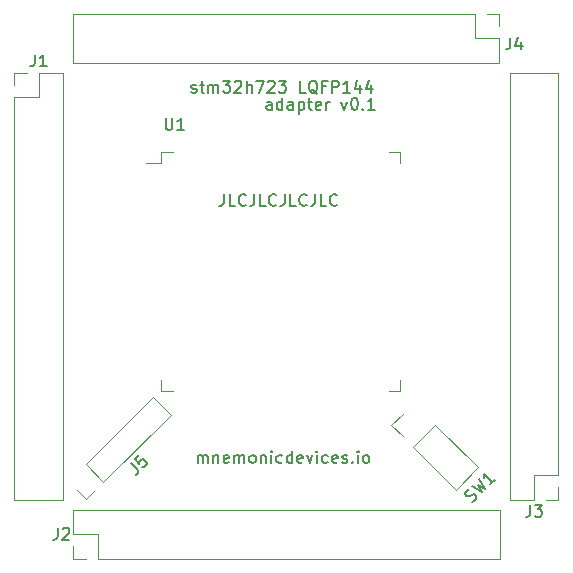
<source format=gbr>
%TF.GenerationSoftware,KiCad,Pcbnew,(5.99.0-10369-gb59bf064b4)*%
%TF.CreationDate,2021-07-27T08:06:35+02:00*%
%TF.ProjectId,stm32h7,73746d33-3268-4372-9e6b-696361645f70,rev?*%
%TF.SameCoordinates,Original*%
%TF.FileFunction,Legend,Top*%
%TF.FilePolarity,Positive*%
%FSLAX46Y46*%
G04 Gerber Fmt 4.6, Leading zero omitted, Abs format (unit mm)*
G04 Created by KiCad (PCBNEW (5.99.0-10369-gb59bf064b4)) date 2021-07-27 08:06:35*
%MOMM*%
%LPD*%
G01*
G04 APERTURE LIST*
%ADD10C,0.150000*%
%ADD11C,0.120000*%
G04 APERTURE END LIST*
D10*
X28061904Y-50502380D02*
X28061904Y-49835714D01*
X28061904Y-49930952D02*
X28109523Y-49883333D01*
X28204761Y-49835714D01*
X28347619Y-49835714D01*
X28442857Y-49883333D01*
X28490476Y-49978571D01*
X28490476Y-50502380D01*
X28490476Y-49978571D02*
X28538095Y-49883333D01*
X28633333Y-49835714D01*
X28776190Y-49835714D01*
X28871428Y-49883333D01*
X28919047Y-49978571D01*
X28919047Y-50502380D01*
X29395238Y-49835714D02*
X29395238Y-50502380D01*
X29395238Y-49930952D02*
X29442857Y-49883333D01*
X29538095Y-49835714D01*
X29680952Y-49835714D01*
X29776190Y-49883333D01*
X29823809Y-49978571D01*
X29823809Y-50502380D01*
X30680952Y-50454761D02*
X30585714Y-50502380D01*
X30395238Y-50502380D01*
X30300000Y-50454761D01*
X30252380Y-50359523D01*
X30252380Y-49978571D01*
X30300000Y-49883333D01*
X30395238Y-49835714D01*
X30585714Y-49835714D01*
X30680952Y-49883333D01*
X30728571Y-49978571D01*
X30728571Y-50073809D01*
X30252380Y-50169047D01*
X31157142Y-50502380D02*
X31157142Y-49835714D01*
X31157142Y-49930952D02*
X31204761Y-49883333D01*
X31300000Y-49835714D01*
X31442857Y-49835714D01*
X31538095Y-49883333D01*
X31585714Y-49978571D01*
X31585714Y-50502380D01*
X31585714Y-49978571D02*
X31633333Y-49883333D01*
X31728571Y-49835714D01*
X31871428Y-49835714D01*
X31966666Y-49883333D01*
X32014285Y-49978571D01*
X32014285Y-50502380D01*
X32633333Y-50502380D02*
X32538095Y-50454761D01*
X32490476Y-50407142D01*
X32442857Y-50311904D01*
X32442857Y-50026190D01*
X32490476Y-49930952D01*
X32538095Y-49883333D01*
X32633333Y-49835714D01*
X32776190Y-49835714D01*
X32871428Y-49883333D01*
X32919047Y-49930952D01*
X32966666Y-50026190D01*
X32966666Y-50311904D01*
X32919047Y-50407142D01*
X32871428Y-50454761D01*
X32776190Y-50502380D01*
X32633333Y-50502380D01*
X33395238Y-49835714D02*
X33395238Y-50502380D01*
X33395238Y-49930952D02*
X33442857Y-49883333D01*
X33538095Y-49835714D01*
X33680952Y-49835714D01*
X33776190Y-49883333D01*
X33823809Y-49978571D01*
X33823809Y-50502380D01*
X34300000Y-50502380D02*
X34300000Y-49835714D01*
X34300000Y-49502380D02*
X34252380Y-49550000D01*
X34300000Y-49597619D01*
X34347619Y-49550000D01*
X34300000Y-49502380D01*
X34300000Y-49597619D01*
X35204761Y-50454761D02*
X35109523Y-50502380D01*
X34919047Y-50502380D01*
X34823809Y-50454761D01*
X34776190Y-50407142D01*
X34728571Y-50311904D01*
X34728571Y-50026190D01*
X34776190Y-49930952D01*
X34823809Y-49883333D01*
X34919047Y-49835714D01*
X35109523Y-49835714D01*
X35204761Y-49883333D01*
X36061904Y-50502380D02*
X36061904Y-49502380D01*
X36061904Y-50454761D02*
X35966666Y-50502380D01*
X35776190Y-50502380D01*
X35680952Y-50454761D01*
X35633333Y-50407142D01*
X35585714Y-50311904D01*
X35585714Y-50026190D01*
X35633333Y-49930952D01*
X35680952Y-49883333D01*
X35776190Y-49835714D01*
X35966666Y-49835714D01*
X36061904Y-49883333D01*
X36919047Y-50454761D02*
X36823809Y-50502380D01*
X36633333Y-50502380D01*
X36538095Y-50454761D01*
X36490476Y-50359523D01*
X36490476Y-49978571D01*
X36538095Y-49883333D01*
X36633333Y-49835714D01*
X36823809Y-49835714D01*
X36919047Y-49883333D01*
X36966666Y-49978571D01*
X36966666Y-50073809D01*
X36490476Y-50169047D01*
X37300000Y-49835714D02*
X37538095Y-50502380D01*
X37776190Y-49835714D01*
X38157142Y-50502380D02*
X38157142Y-49835714D01*
X38157142Y-49502380D02*
X38109523Y-49550000D01*
X38157142Y-49597619D01*
X38204761Y-49550000D01*
X38157142Y-49502380D01*
X38157142Y-49597619D01*
X39061904Y-50454761D02*
X38966666Y-50502380D01*
X38776190Y-50502380D01*
X38680952Y-50454761D01*
X38633333Y-50407142D01*
X38585714Y-50311904D01*
X38585714Y-50026190D01*
X38633333Y-49930952D01*
X38680952Y-49883333D01*
X38776190Y-49835714D01*
X38966666Y-49835714D01*
X39061904Y-49883333D01*
X39871428Y-50454761D02*
X39776190Y-50502380D01*
X39585714Y-50502380D01*
X39490476Y-50454761D01*
X39442857Y-50359523D01*
X39442857Y-49978571D01*
X39490476Y-49883333D01*
X39585714Y-49835714D01*
X39776190Y-49835714D01*
X39871428Y-49883333D01*
X39919047Y-49978571D01*
X39919047Y-50073809D01*
X39442857Y-50169047D01*
X40299999Y-50454761D02*
X40395238Y-50502380D01*
X40585714Y-50502380D01*
X40680952Y-50454761D01*
X40728571Y-50359523D01*
X40728571Y-50311904D01*
X40680952Y-50216666D01*
X40585714Y-50169047D01*
X40442857Y-50169047D01*
X40347619Y-50121428D01*
X40299999Y-50026190D01*
X40299999Y-49978571D01*
X40347619Y-49883333D01*
X40442857Y-49835714D01*
X40585714Y-49835714D01*
X40680952Y-49883333D01*
X41157142Y-50407142D02*
X41204761Y-50454761D01*
X41157142Y-50502380D01*
X41109523Y-50454761D01*
X41157142Y-50407142D01*
X41157142Y-50502380D01*
X41633333Y-50502380D02*
X41633333Y-49835714D01*
X41633333Y-49502380D02*
X41585714Y-49550000D01*
X41633333Y-49597619D01*
X41680952Y-49550000D01*
X41633333Y-49502380D01*
X41633333Y-49597619D01*
X42252380Y-50502380D02*
X42157142Y-50454761D01*
X42109523Y-50407142D01*
X42061904Y-50311904D01*
X42061904Y-50026190D01*
X42109523Y-49930952D01*
X42157142Y-49883333D01*
X42252380Y-49835714D01*
X42395238Y-49835714D01*
X42490476Y-49883333D01*
X42538095Y-49930952D01*
X42585714Y-50026190D01*
X42585714Y-50311904D01*
X42538095Y-50407142D01*
X42490476Y-50454761D01*
X42395238Y-50502380D01*
X42252380Y-50502380D01*
X27533333Y-19104761D02*
X27628571Y-19152380D01*
X27819047Y-19152380D01*
X27914285Y-19104761D01*
X27961904Y-19009523D01*
X27961904Y-18961904D01*
X27914285Y-18866666D01*
X27819047Y-18819047D01*
X27676190Y-18819047D01*
X27580952Y-18771428D01*
X27533333Y-18676190D01*
X27533333Y-18628571D01*
X27580952Y-18533333D01*
X27676190Y-18485714D01*
X27819047Y-18485714D01*
X27914285Y-18533333D01*
X28247619Y-18485714D02*
X28628571Y-18485714D01*
X28390476Y-18152380D02*
X28390476Y-19009523D01*
X28438095Y-19104761D01*
X28533333Y-19152380D01*
X28628571Y-19152380D01*
X28961904Y-19152380D02*
X28961904Y-18485714D01*
X28961904Y-18580952D02*
X29009523Y-18533333D01*
X29104761Y-18485714D01*
X29247619Y-18485714D01*
X29342857Y-18533333D01*
X29390476Y-18628571D01*
X29390476Y-19152380D01*
X29390476Y-18628571D02*
X29438095Y-18533333D01*
X29533333Y-18485714D01*
X29676190Y-18485714D01*
X29771428Y-18533333D01*
X29819047Y-18628571D01*
X29819047Y-19152380D01*
X30200000Y-18152380D02*
X30819047Y-18152380D01*
X30485714Y-18533333D01*
X30628571Y-18533333D01*
X30723809Y-18580952D01*
X30771428Y-18628571D01*
X30819047Y-18723809D01*
X30819047Y-18961904D01*
X30771428Y-19057142D01*
X30723809Y-19104761D01*
X30628571Y-19152380D01*
X30342857Y-19152380D01*
X30247619Y-19104761D01*
X30200000Y-19057142D01*
X31200000Y-18247619D02*
X31247619Y-18200000D01*
X31342857Y-18152380D01*
X31580952Y-18152380D01*
X31676190Y-18200000D01*
X31723809Y-18247619D01*
X31771428Y-18342857D01*
X31771428Y-18438095D01*
X31723809Y-18580952D01*
X31152380Y-19152380D01*
X31771428Y-19152380D01*
X32200000Y-19152380D02*
X32200000Y-18152380D01*
X32628571Y-19152380D02*
X32628571Y-18628571D01*
X32580952Y-18533333D01*
X32485714Y-18485714D01*
X32342857Y-18485714D01*
X32247619Y-18533333D01*
X32200000Y-18580952D01*
X33009523Y-18152380D02*
X33676190Y-18152380D01*
X33247619Y-19152380D01*
X34009523Y-18247619D02*
X34057142Y-18200000D01*
X34152380Y-18152380D01*
X34390476Y-18152380D01*
X34485714Y-18200000D01*
X34533333Y-18247619D01*
X34580952Y-18342857D01*
X34580952Y-18438095D01*
X34533333Y-18580952D01*
X33961904Y-19152380D01*
X34580952Y-19152380D01*
X34914285Y-18152380D02*
X35533333Y-18152380D01*
X35200000Y-18533333D01*
X35342857Y-18533333D01*
X35438095Y-18580952D01*
X35485714Y-18628571D01*
X35533333Y-18723809D01*
X35533333Y-18961904D01*
X35485714Y-19057142D01*
X35438095Y-19104761D01*
X35342857Y-19152380D01*
X35057142Y-19152380D01*
X34961904Y-19104761D01*
X34914285Y-19057142D01*
X37200000Y-19152380D02*
X36723809Y-19152380D01*
X36723809Y-18152380D01*
X38200000Y-19247619D02*
X38104761Y-19200000D01*
X38009523Y-19104761D01*
X37866666Y-18961904D01*
X37771428Y-18914285D01*
X37676190Y-18914285D01*
X37723809Y-19152380D02*
X37628571Y-19104761D01*
X37533333Y-19009523D01*
X37485714Y-18819047D01*
X37485714Y-18485714D01*
X37533333Y-18295238D01*
X37628571Y-18200000D01*
X37723809Y-18152380D01*
X37914285Y-18152380D01*
X38009523Y-18200000D01*
X38104761Y-18295238D01*
X38152380Y-18485714D01*
X38152380Y-18819047D01*
X38104761Y-19009523D01*
X38009523Y-19104761D01*
X37914285Y-19152380D01*
X37723809Y-19152380D01*
X38914285Y-18628571D02*
X38580952Y-18628571D01*
X38580952Y-19152380D02*
X38580952Y-18152380D01*
X39057142Y-18152380D01*
X39438095Y-19152380D02*
X39438095Y-18152380D01*
X39819047Y-18152380D01*
X39914285Y-18200000D01*
X39961904Y-18247619D01*
X40009523Y-18342857D01*
X40009523Y-18485714D01*
X39961904Y-18580952D01*
X39914285Y-18628571D01*
X39819047Y-18676190D01*
X39438095Y-18676190D01*
X40961904Y-19152380D02*
X40390476Y-19152380D01*
X40676190Y-19152380D02*
X40676190Y-18152380D01*
X40580952Y-18295238D01*
X40485714Y-18390476D01*
X40390476Y-18438095D01*
X41819047Y-18485714D02*
X41819047Y-19152380D01*
X41580952Y-18104761D02*
X41342857Y-18819047D01*
X41961904Y-18819047D01*
X42771428Y-18485714D02*
X42771428Y-19152380D01*
X42533333Y-18104761D02*
X42295238Y-18819047D01*
X42914285Y-18819047D01*
X34330952Y-20602380D02*
X34330952Y-20078571D01*
X34283333Y-19983333D01*
X34188095Y-19935714D01*
X33997619Y-19935714D01*
X33902380Y-19983333D01*
X34330952Y-20554761D02*
X34235714Y-20602380D01*
X33997619Y-20602380D01*
X33902380Y-20554761D01*
X33854761Y-20459523D01*
X33854761Y-20364285D01*
X33902380Y-20269047D01*
X33997619Y-20221428D01*
X34235714Y-20221428D01*
X34330952Y-20173809D01*
X35235714Y-20602380D02*
X35235714Y-19602380D01*
X35235714Y-20554761D02*
X35140476Y-20602380D01*
X34950000Y-20602380D01*
X34854761Y-20554761D01*
X34807142Y-20507142D01*
X34759523Y-20411904D01*
X34759523Y-20126190D01*
X34807142Y-20030952D01*
X34854761Y-19983333D01*
X34950000Y-19935714D01*
X35140476Y-19935714D01*
X35235714Y-19983333D01*
X36140476Y-20602380D02*
X36140476Y-20078571D01*
X36092857Y-19983333D01*
X35997619Y-19935714D01*
X35807142Y-19935714D01*
X35711904Y-19983333D01*
X36140476Y-20554761D02*
X36045238Y-20602380D01*
X35807142Y-20602380D01*
X35711904Y-20554761D01*
X35664285Y-20459523D01*
X35664285Y-20364285D01*
X35711904Y-20269047D01*
X35807142Y-20221428D01*
X36045238Y-20221428D01*
X36140476Y-20173809D01*
X36616666Y-19935714D02*
X36616666Y-20935714D01*
X36616666Y-19983333D02*
X36711904Y-19935714D01*
X36902380Y-19935714D01*
X36997619Y-19983333D01*
X37045238Y-20030952D01*
X37092857Y-20126190D01*
X37092857Y-20411904D01*
X37045238Y-20507142D01*
X36997619Y-20554761D01*
X36902380Y-20602380D01*
X36711904Y-20602380D01*
X36616666Y-20554761D01*
X37378571Y-19935714D02*
X37759523Y-19935714D01*
X37521428Y-19602380D02*
X37521428Y-20459523D01*
X37569047Y-20554761D01*
X37664285Y-20602380D01*
X37759523Y-20602380D01*
X38473809Y-20554761D02*
X38378571Y-20602380D01*
X38188095Y-20602380D01*
X38092857Y-20554761D01*
X38045238Y-20459523D01*
X38045238Y-20078571D01*
X38092857Y-19983333D01*
X38188095Y-19935714D01*
X38378571Y-19935714D01*
X38473809Y-19983333D01*
X38521428Y-20078571D01*
X38521428Y-20173809D01*
X38045238Y-20269047D01*
X38950000Y-20602380D02*
X38950000Y-19935714D01*
X38950000Y-20126190D02*
X38997619Y-20030952D01*
X39045238Y-19983333D01*
X39140476Y-19935714D01*
X39235714Y-19935714D01*
X40235714Y-19935714D02*
X40473809Y-20602380D01*
X40711904Y-19935714D01*
X41283333Y-19602380D02*
X41378571Y-19602380D01*
X41473809Y-19650000D01*
X41521428Y-19697619D01*
X41569047Y-19792857D01*
X41616666Y-19983333D01*
X41616666Y-20221428D01*
X41569047Y-20411904D01*
X41521428Y-20507142D01*
X41473809Y-20554761D01*
X41378571Y-20602380D01*
X41283333Y-20602380D01*
X41188095Y-20554761D01*
X41140476Y-20507142D01*
X41092857Y-20411904D01*
X41045238Y-20221428D01*
X41045238Y-19983333D01*
X41092857Y-19792857D01*
X41140476Y-19697619D01*
X41188095Y-19650000D01*
X41283333Y-19602380D01*
X42045238Y-20507142D02*
X42092857Y-20554761D01*
X42045238Y-20602380D01*
X41997619Y-20554761D01*
X42045238Y-20507142D01*
X42045238Y-20602380D01*
X43045238Y-20602380D02*
X42473809Y-20602380D01*
X42759523Y-20602380D02*
X42759523Y-19602380D01*
X42664285Y-19745238D01*
X42569047Y-19840476D01*
X42473809Y-19888095D01*
X30280952Y-27752380D02*
X30280952Y-28466666D01*
X30233333Y-28609523D01*
X30138095Y-28704761D01*
X29995238Y-28752380D01*
X29900000Y-28752380D01*
X31233333Y-28752380D02*
X30757142Y-28752380D01*
X30757142Y-27752380D01*
X32138095Y-28657142D02*
X32090476Y-28704761D01*
X31947619Y-28752380D01*
X31852380Y-28752380D01*
X31709523Y-28704761D01*
X31614285Y-28609523D01*
X31566666Y-28514285D01*
X31519047Y-28323809D01*
X31519047Y-28180952D01*
X31566666Y-27990476D01*
X31614285Y-27895238D01*
X31709523Y-27800000D01*
X31852380Y-27752380D01*
X31947619Y-27752380D01*
X32090476Y-27800000D01*
X32138095Y-27847619D01*
X32852380Y-27752380D02*
X32852380Y-28466666D01*
X32804761Y-28609523D01*
X32709523Y-28704761D01*
X32566666Y-28752380D01*
X32471428Y-28752380D01*
X33804761Y-28752380D02*
X33328571Y-28752380D01*
X33328571Y-27752380D01*
X34709523Y-28657142D02*
X34661904Y-28704761D01*
X34519047Y-28752380D01*
X34423809Y-28752380D01*
X34280952Y-28704761D01*
X34185714Y-28609523D01*
X34138095Y-28514285D01*
X34090476Y-28323809D01*
X34090476Y-28180952D01*
X34138095Y-27990476D01*
X34185714Y-27895238D01*
X34280952Y-27800000D01*
X34423809Y-27752380D01*
X34519047Y-27752380D01*
X34661904Y-27800000D01*
X34709523Y-27847619D01*
X35423809Y-27752380D02*
X35423809Y-28466666D01*
X35376190Y-28609523D01*
X35280952Y-28704761D01*
X35138095Y-28752380D01*
X35042857Y-28752380D01*
X36376190Y-28752380D02*
X35900000Y-28752380D01*
X35900000Y-27752380D01*
X37280952Y-28657142D02*
X37233333Y-28704761D01*
X37090476Y-28752380D01*
X36995238Y-28752380D01*
X36852380Y-28704761D01*
X36757142Y-28609523D01*
X36709523Y-28514285D01*
X36661904Y-28323809D01*
X36661904Y-28180952D01*
X36709523Y-27990476D01*
X36757142Y-27895238D01*
X36852380Y-27800000D01*
X36995238Y-27752380D01*
X37090476Y-27752380D01*
X37233333Y-27800000D01*
X37280952Y-27847619D01*
X37995238Y-27752380D02*
X37995238Y-28466666D01*
X37947619Y-28609523D01*
X37852380Y-28704761D01*
X37709523Y-28752380D01*
X37614285Y-28752380D01*
X38947619Y-28752380D02*
X38471428Y-28752380D01*
X38471428Y-27752380D01*
X39852380Y-28657142D02*
X39804761Y-28704761D01*
X39661904Y-28752380D01*
X39566666Y-28752380D01*
X39423809Y-28704761D01*
X39328571Y-28609523D01*
X39280952Y-28514285D01*
X39233333Y-28323809D01*
X39233333Y-28180952D01*
X39280952Y-27990476D01*
X39328571Y-27895238D01*
X39423809Y-27800000D01*
X39566666Y-27752380D01*
X39661904Y-27752380D01*
X39804761Y-27800000D01*
X39852380Y-27847619D01*
%TO.C,J3*%
X56216666Y-54062380D02*
X56216666Y-54776666D01*
X56169047Y-54919523D01*
X56073809Y-55014761D01*
X55930952Y-55062380D01*
X55835714Y-55062380D01*
X56597619Y-54062380D02*
X57216666Y-54062380D01*
X56883333Y-54443333D01*
X57026190Y-54443333D01*
X57121428Y-54490952D01*
X57169047Y-54538571D01*
X57216666Y-54633809D01*
X57216666Y-54871904D01*
X57169047Y-54967142D01*
X57121428Y-55014761D01*
X57026190Y-55062380D01*
X56740476Y-55062380D01*
X56645238Y-55014761D01*
X56597619Y-54967142D01*
%TO.C,J2*%
X16196666Y-56002380D02*
X16196666Y-56716666D01*
X16149047Y-56859523D01*
X16053809Y-56954761D01*
X15910952Y-57002380D01*
X15815714Y-57002380D01*
X16625238Y-56097619D02*
X16672857Y-56050000D01*
X16768095Y-56002380D01*
X17006190Y-56002380D01*
X17101428Y-56050000D01*
X17149047Y-56097619D01*
X17196666Y-56192857D01*
X17196666Y-56288095D01*
X17149047Y-56430952D01*
X16577619Y-57002380D01*
X17196666Y-57002380D01*
%TO.C,SW1*%
X51289451Y-53775069D02*
X51424138Y-53707726D01*
X51592497Y-53539367D01*
X51626169Y-53438352D01*
X51626169Y-53371008D01*
X51592497Y-53269993D01*
X51525154Y-53202650D01*
X51424138Y-53168978D01*
X51356795Y-53168978D01*
X51255780Y-53202650D01*
X51087421Y-53303665D01*
X50986406Y-53337337D01*
X50919062Y-53337337D01*
X50818047Y-53303665D01*
X50750703Y-53236321D01*
X50717032Y-53135306D01*
X50717032Y-53067963D01*
X50750703Y-52966947D01*
X50919062Y-52798589D01*
X51053749Y-52731245D01*
X51255780Y-52461871D02*
X52131245Y-53000619D01*
X51760856Y-52360856D01*
X52400619Y-52731245D01*
X51861871Y-51855780D01*
X53208741Y-51923123D02*
X52804680Y-52327184D01*
X53006711Y-52125154D02*
X52299604Y-51418047D01*
X52333276Y-51586406D01*
X52333276Y-51721093D01*
X52299604Y-51822108D01*
%TO.C,J4*%
X54516666Y-14502380D02*
X54516666Y-15216666D01*
X54469047Y-15359523D01*
X54373809Y-15454761D01*
X54230952Y-15502380D01*
X54135714Y-15502380D01*
X55421428Y-14835714D02*
X55421428Y-15502380D01*
X55183333Y-14454761D02*
X54945238Y-15169047D01*
X55564285Y-15169047D01*
%TO.C,J5*%
X22427072Y-50548477D02*
X22932148Y-51053553D01*
X22999492Y-51188240D01*
X22999492Y-51322927D01*
X22932148Y-51457614D01*
X22864805Y-51524957D01*
X23100507Y-49875042D02*
X22763790Y-50211759D01*
X23066835Y-50582148D01*
X23066835Y-50514805D01*
X23100507Y-50413790D01*
X23268866Y-50245431D01*
X23369881Y-50211759D01*
X23437225Y-50211759D01*
X23538240Y-50245431D01*
X23706599Y-50413790D01*
X23740270Y-50514805D01*
X23740270Y-50582148D01*
X23706599Y-50683164D01*
X23538240Y-50851522D01*
X23437225Y-50885194D01*
X23369881Y-50885194D01*
%TO.C,J1*%
X14266666Y-15942380D02*
X14266666Y-16656666D01*
X14219047Y-16799523D01*
X14123809Y-16894761D01*
X13980952Y-16942380D01*
X13885714Y-16942380D01*
X15266666Y-16942380D02*
X14695238Y-16942380D01*
X14980952Y-16942380D02*
X14980952Y-15942380D01*
X14885714Y-16085238D01*
X14790476Y-16180476D01*
X14695238Y-16228095D01*
%TO.C,U1*%
X25338095Y-21302380D02*
X25338095Y-22111904D01*
X25385714Y-22207142D01*
X25433333Y-22254761D01*
X25528571Y-22302380D01*
X25719047Y-22302380D01*
X25814285Y-22254761D01*
X25861904Y-22207142D01*
X25909523Y-22111904D01*
X25909523Y-21302380D01*
X26909523Y-22302380D02*
X26338095Y-22302380D01*
X26623809Y-22302380D02*
X26623809Y-21302380D01*
X26528571Y-21445238D01*
X26433333Y-21540476D01*
X26338095Y-21588095D01*
D11*
%TO.C,J3*%
X58610000Y-51550000D02*
X56550000Y-51550000D01*
X58610000Y-17490000D02*
X54490000Y-17490000D01*
X54490000Y-53610000D02*
X54490000Y-17490000D01*
X56550000Y-51550000D02*
X56550000Y-53610000D01*
X56550000Y-53610000D02*
X54490000Y-53610000D01*
X58610000Y-52550000D02*
X58610000Y-53610000D01*
X58610000Y-51550000D02*
X58610000Y-17490000D01*
X58610000Y-53610000D02*
X57550000Y-53610000D01*
%TO.C,J2*%
X53650000Y-58610000D02*
X53650000Y-54490000D01*
X17530000Y-58610000D02*
X17530000Y-57550000D01*
X17530000Y-54490000D02*
X53650000Y-54490000D01*
X19590000Y-58610000D02*
X53650000Y-58610000D01*
X18590000Y-58610000D02*
X17530000Y-58610000D01*
X17530000Y-56550000D02*
X17530000Y-54490000D01*
X19590000Y-56550000D02*
X17530000Y-56550000D01*
X19590000Y-58610000D02*
X19590000Y-56550000D01*
%TO.C,SW1*%
X45409548Y-48240452D02*
X44469096Y-47300000D01*
X46307574Y-49138478D02*
X49942102Y-52773006D01*
X44469096Y-47300000D02*
X45409548Y-46359548D01*
X48188478Y-47257574D02*
X51823006Y-50892102D01*
X49942102Y-52773006D02*
X51823006Y-50892102D01*
X46307574Y-49138478D02*
X48188478Y-47257574D01*
%TO.C,J4*%
X53610000Y-14550000D02*
X53610000Y-16610000D01*
X51550000Y-12490000D02*
X17490000Y-12490000D01*
X51550000Y-12490000D02*
X51550000Y-14550000D01*
X51550000Y-14550000D02*
X53610000Y-14550000D01*
X53610000Y-16610000D02*
X17490000Y-16610000D01*
X17490000Y-12490000D02*
X17490000Y-16610000D01*
X53610000Y-12490000D02*
X53610000Y-13550000D01*
X52550000Y-12490000D02*
X53610000Y-12490000D01*
%TO.C,J5*%
X18579147Y-50621788D02*
X24278427Y-44922507D01*
X20078213Y-52120854D02*
X25777494Y-46421574D01*
X25777494Y-46421574D02*
X24278427Y-44922507D01*
X18621573Y-53577494D02*
X17872040Y-52827961D01*
X19371106Y-52827961D02*
X18621573Y-53577494D01*
X20078213Y-52120854D02*
X18579147Y-50621788D01*
%TO.C,J1*%
X16660000Y-17490000D02*
X16660000Y-53610000D01*
X12540000Y-18550000D02*
X12540000Y-17490000D01*
X12540000Y-17490000D02*
X13600000Y-17490000D01*
X12540000Y-19550000D02*
X14600000Y-19550000D01*
X14600000Y-19550000D02*
X14600000Y-17490000D01*
X14600000Y-17490000D02*
X16660000Y-17490000D01*
X12540000Y-19550000D02*
X12540000Y-53610000D01*
X12540000Y-53610000D02*
X16660000Y-53610000D01*
%TO.C,U1*%
X25940000Y-24190000D02*
X24990000Y-24190000D01*
X44260000Y-24190000D02*
X45210000Y-24190000D01*
X24990000Y-24190000D02*
X24990000Y-25140000D01*
X24990000Y-44410000D02*
X24990000Y-43460000D01*
X45210000Y-24190000D02*
X45210000Y-25140000D01*
X45210000Y-44410000D02*
X45210000Y-43460000D01*
X24990000Y-25140000D02*
X23700000Y-25140000D01*
X25940000Y-44410000D02*
X24990000Y-44410000D01*
X44260000Y-44410000D02*
X45210000Y-44410000D01*
%TD*%
M02*

</source>
